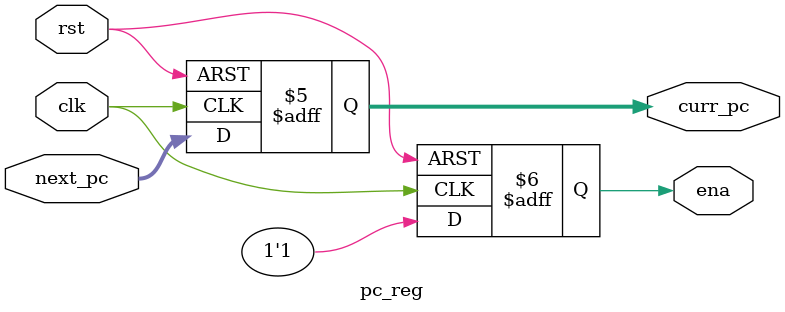
<source format=v>
module pc_reg(
input clk,
input rst,
output reg ena,
input  [31:0] next_pc,
output reg [31:0] curr_pc
);
always @(posedge clk or negedge rst)
	begin
		if(~rst)
			ena<=1'b0;
		else
			ena<=1'b1;
end

always @(posedge clk or negedge rst)
	begin
		if(~rst)
			curr_pc<=32'b0;
		else
			curr_pc<=next_pc;
end


endmodule
</source>
